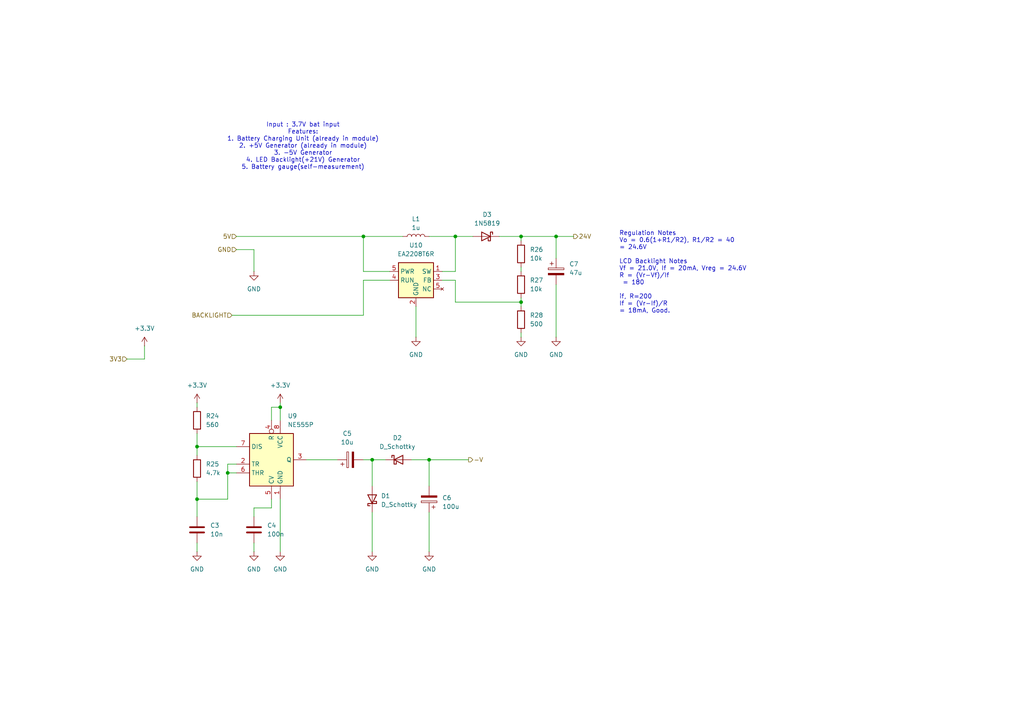
<source format=kicad_sch>
(kicad_sch (version 20250114) (generator "eeschema") (generator_version "9.0")
  (paper "A4")
  (lib_symbols
    (symbol "Device:C" (pin_numbers (hide yes)) (pin_names (offset 0.254))
      (property "Reference" "C" (at 0.635 2.54 0))
      (property "Value" "C" (at 0.635 -2.54 0))
      (symbol "C_0_1"
        (polyline (pts (xy -2.032 0.762) (xy 2.032 0.762)) (stroke (width 0.508)))
        (polyline (pts (xy -2.032 -0.762) (xy 2.032 -0.762)) (stroke (width 0.508)))
      )
      (symbol "C_1_1"
        (pin passive line (at 0 3.81 270) (length 2.794) (name "~") (number "1"))
        (pin passive line (at 0 -3.81 90) (length 2.794) (name "~") (number "2"))
      )
    )
    (symbol "Device:C_Polarized" (pin_numbers (hide yes)) (pin_names (offset 0.254))
      (property "Reference" "C" (at 0.635 2.54 0))
      (property "Value" "C_Polarized" (at 0.635 -2.54 0))
      (symbol "C_Polarized_0_1"
        (rectangle (start -2.286 0.508) (end 2.286 1.016))
        (polyline (pts (xy -1.778 2.286) (xy -0.762 2.286)))
        (polyline (pts (xy -1.27 2.794) (xy -1.27 1.778)))
        (rectangle (start 2.286 -0.508) (end -2.286 -1.016) (fill (type outline)))
      )
      (symbol "C_Polarized_1_1"
        (pin passive line (at 0 3.81 270) (length 2.794) (name "~") (number "1"))
        (pin passive line (at 0 -3.81 90) (length 2.794) (name "~") (number "2"))
      )
    )
    (symbol "Device:D_Schottky" (pin_numbers (hide yes)) (pin_names (offset 1.016) (hide yes))
      (property "Reference" "D" (at 0 2.54 0))
      (property "Value" "D_Schottky" (at 0 -2.54 0))
      (symbol "D_Schottky_0_1"
        (polyline (pts (xy -1.905 0.635) (xy -1.905 1.27) (xy -1.27 1.27) (xy -1.27 -1.27) (xy -0.635 -1.27) (xy -0.635 -0.635)) (stroke (width 0.254)))
        (polyline (pts (xy 1.27 1.27) (xy 1.27 -1.27) (xy -1.27 0) (xy 1.27 1.27)) (stroke (width 0.254)))
        (polyline (pts (xy 1.27 0) (xy -1.27 0)))
      )
      (symbol "D_Schottky_1_1"
        (pin passive line (at -3.81 0 0) (length 2.54) (name "K") (number "1"))
        (pin passive line (at 3.81 0 180) (length 2.54) (name "A") (number "2"))
      )
    )
    (symbol "Device:L" (pin_numbers (hide yes)) (pin_names (offset 1.016) (hide yes))
      (property "Reference" "L" (at -1.27 0 90))
      (property "Value" "L" (at 1.905 0 90))
      (symbol "L_0_1"
        (arc (start 0 2.54) (mid 0.6323 1.905) (end 0 1.27))
        (arc (start 0 1.27) (mid 0.6323 0.635) (end 0 0))
        (arc (start 0 0) (mid 0.6323 -0.635) (end 0 -1.27))
        (arc (start 0 -1.27) (mid 0.6323 -1.905) (end 0 -2.54))
      )
      (symbol "L_1_1"
        (pin passive line (at 0 3.81 270) (length 1.27) (name "1") (number "1"))
        (pin passive line (at 0 -3.81 90) (length 1.27) (name "2") (number "2"))
      )
    )
    (symbol "Device:R" (pin_numbers (hide yes)) (pin_names (offset 0))
      (property "Reference" "R" (at 2.032 0 90))
      (property "Value" "R" (at 0 0 90))
      (symbol "R_0_1"
        (rectangle (start -1.016 -2.54) (end 1.016 2.54) (stroke (width 0.254)))
      )
      (symbol "R_1_1"
        (pin passive line (at 0 3.81 270) (length 1.27) (name "~") (number "1"))
        (pin passive line (at 0 -3.81 90) (length 1.27) (name "~") (number "2"))
      )
    )
    (symbol "Diode:1N5819" (pin_numbers (hide yes)) (pin_names (offset 1.016) (hide yes))
      (property "Reference" "D" (at 0 2.54 0))
      (property "Value" "1N5819" (at 0 -2.54 0))
      (symbol "1N5819_0_1"
        (polyline (pts (xy -1.905 0.635) (xy -1.905 1.27) (xy -1.27 1.27) (xy -1.27 -1.27) (xy -0.635 -1.27) (xy -0.635 -0.635)) (stroke (width 0.254)))
        (polyline (pts (xy 1.27 1.27) (xy 1.27 -1.27) (xy -1.27 0) (xy 1.27 1.27)) (stroke (width 0.254)))
        (polyline (pts (xy 1.27 0) (xy -1.27 0)))
      )
      (symbol "1N5819_1_1"
        (pin passive line (at -3.81 0 0) (length 2.54) (name "K") (number "1"))
        (pin passive line (at 3.81 0 180) (length 2.54) (name "A") (number "2"))
      )
    )
    (symbol "TPS62A01PDDC_1"
      (property "Reference" "U4" (at 0 10.16 0))
      (property "Value" "TPS62A01PDDC" (at 0 7.62 0))
      (symbol "TPS62A01PDDC_1_0_1"
        (rectangle (start -5.08 5.08) (end 5.08 -5.08) (stroke (width 0.254)) (fill (type background)))
      )
      (symbol "TPS62A01PDDC_1_1_1"
        (pin power_in line (at -7.62 2.54 0) (length 2.54) (name "PWR") (number "5"))
        (pin input line (at -7.62 0 0) (length 2.54) (name "RUN") (number "4"))
        (pin power_in line (at 0 -7.62 90) (length 2.54) (name "GND") (number "2"))
        (pin power_out line (at 7.62 2.54 180) (length 2.54) (name "SW") (number "1"))
        (pin input line (at 7.62 0 180) (length 2.54) (name "FB") (number "3"))
        (pin no_connect line (at 7.62 -2.54 180) (length 2.54) (name "NC") (number "5"))
      )
    )
    (symbol "Timer:NE555P"
      (property "Reference" "U11" (at 2.1433 12.7 0))
      (property "Value" "NE555P" (at 2.1433 10.16 0))
      (symbol "NE555P_0_1"
        (rectangle (start -8.89 7.62) (end 3.81 -7.62) (stroke (width 0.254)) (fill (type background)))
      )
      (symbol "NE555P_1_0"
        (pin power_in line (at 0 11.43 270) (length 3.81) (name "VCC") (number "8"))
        (pin power_in line (at 0 -11.43 90) (length 3.81) (name "GND") (number "1"))
      )
      (symbol "NE555P_1_1"
        (pin input line (at -12.7 3.81 0) (length 3.81) (name "DIS") (number "7"))
        (pin input line (at -12.7 -1.27 0) (length 3.81) (name "TR") (number "2"))
        (pin input line (at -12.7 -3.81 0) (length 3.81) (name "THR") (number "6"))
        (pin input inverted (at -2.54 11.43 270) (length 3.81) (name "R") (number "4"))
        (pin input line (at -2.54 -11.43 90) (length 3.81) (name "CV") (number "5"))
        (pin output line (at 7.62 0 180) (length 3.81) (name "Q") (number "3"))
      )
    )
    (symbol "power:+3.3V" (power) (pin_numbers (hide yes)) (pin_names (offset 0) (hide yes))
      (property "Value" "+3.3V" (at 0 3.556 0))
      (symbol "+3.3V_0_1"
        (polyline (pts (xy -0.762 1.27) (xy 0 2.54)))
        (polyline (pts (xy 0 2.54) (xy 0.762 1.27)))
        (polyline (pts (xy 0 0) (xy 0 2.54)))
      )
      (symbol "+3.3V_1_1"
        (pin power_in line (at 0 0 90) (length 0) (name "~") (number "1"))
      )
    )
    (symbol "power:GND" (power) (pin_numbers (hide yes)) (pin_names (offset 0) (hide yes))
      (property "Value" "GND" (at 0 -3.81 0))
      (symbol "GND_0_1"
        (polyline (pts (xy 0 0) (xy 0 -1.27) (xy 1.27 -1.27) (xy 0 -2.54) (xy -1.27 -1.27) (xy 0 -1.27)))
      )
      (symbol "GND_1_1"
        (pin power_in line (at 0 0 270) (length 0) (name "~") (number "1"))
      )
    )
  )
  (text "Regulation Notes\nVo = 0.6(1+R1/R2), R1/R2 = 40\n= 24.6V\n\nLCD Backlight Notes\nVf = 21.0V, If = 20mA, Vreg = 24.6V\nR = (Vr-Vf)/If\n = 180\n\nif, R=200\nIf = (Vr-If)/R\n= 18mA, Good." (at 179.578 78.994 0) (effects (font (size 1.27 1.27)) (justify left)))
  (text "Input : 3.7V bat input\nFeatures:\n1. Battery Charging Unit (already in module)\n2. +5V Generator (already in module)\n3. -5V Generator\n4. LED Backlight(+21V) Generator\n5. Battery gauge(self-measurement)" (at 87.884 42.418 0) (effects (font (size 1.27 1.27))))
  (junction (at 105.41 68.58))
  (junction (at 81.28 118.11))
  (junction (at 161.29 68.58))
  (junction (at 132.08 68.58))
  (junction (at 66.04 137.16))
  (junction (at 107.95 133.35))
  (junction (at 124.46 133.35))
  (junction (at 57.15 129.54))
  (junction (at 57.15 144.78))
  (junction (at 151.13 87.63))
  (junction (at 151.13 68.58))
  (wire (pts (xy 78.74 147.32) (xy 78.74 144.78)))
  (wire (pts (xy 161.29 68.58) (xy 161.29 74.93)))
  (wire (pts (xy 105.41 91.44) (xy 105.41 81.28)))
  (wire (pts (xy 73.66 157.48) (xy 73.66 160.02)))
  (wire (pts (xy 73.66 149.86) (xy 73.66 147.32)))
  (wire (pts (xy 57.15 157.48) (xy 57.15 160.02)))
  (wire (pts (xy 124.46 133.35) (xy 135.89 133.35)))
  (wire (pts (xy 81.28 118.11) (xy 81.28 116.84)))
  (wire (pts (xy 57.15 129.54) (xy 57.15 125.73)))
  (wire (pts (xy 113.03 78.74) (xy 105.41 78.74)))
  (wire (pts (xy 66.04 137.16) (xy 66.04 144.78)))
  (wire (pts (xy 151.13 87.63) (xy 132.08 87.63)))
  (wire (pts (xy 88.9 133.35) (xy 97.79 133.35)))
  (wire (pts (xy 120.65 88.9) (xy 120.65 97.79)))
  (wire (pts (xy 107.95 148.59) (xy 107.95 160.02)))
  (wire (pts (xy 57.15 116.84) (xy 57.15 118.11)))
  (wire (pts (xy 124.46 133.35) (xy 124.46 140.97)))
  (wire (pts (xy 107.95 133.35) (xy 111.76 133.35)))
  (wire (pts (xy 66.04 144.78) (xy 57.15 144.78)))
  (wire (pts (xy 105.41 78.74) (xy 105.41 68.58)))
  (wire (pts (xy 161.29 82.55) (xy 161.29 97.79)))
  (wire (pts (xy 151.13 86.36) (xy 151.13 87.63)))
  (wire (pts (xy 132.08 87.63) (xy 132.08 81.28)))
  (wire (pts (xy 107.95 133.35) (xy 107.95 140.97)))
  (wire (pts (xy 124.46 68.58) (xy 132.08 68.58)))
  (wire (pts (xy 68.58 72.39) (xy 73.66 72.39)))
  (wire (pts (xy 81.28 144.78) (xy 81.28 160.02)))
  (wire (pts (xy 151.13 87.63) (xy 151.13 88.9)))
  (wire (pts (xy 151.13 68.58) (xy 151.13 69.85)))
  (wire (pts (xy 132.08 78.74) (xy 132.08 68.58)))
  (wire (pts (xy 78.74 121.92) (xy 78.74 118.11)))
  (wire (pts (xy 73.66 147.32) (xy 78.74 147.32)))
  (wire (pts (xy 57.15 144.78) (xy 57.15 149.86)))
  (wire (pts (xy 73.66 72.39) (xy 73.66 78.74)))
  (wire (pts (xy 105.41 81.28) (xy 113.03 81.28)))
  (wire (pts (xy 66.04 134.62) (xy 66.04 137.16)))
  (wire (pts (xy 66.04 137.16) (xy 68.58 137.16)))
  (wire (pts (xy 132.08 68.58) (xy 137.16 68.58)))
  (wire (pts (xy 105.41 133.35) (xy 107.95 133.35)))
  (wire (pts (xy 57.15 129.54) (xy 57.15 132.08)))
  (wire (pts (xy 132.08 81.28) (xy 128.27 81.28)))
  (wire (pts (xy 57.15 139.7) (xy 57.15 144.78)))
  (wire (pts (xy 128.27 78.74) (xy 132.08 78.74)))
  (wire (pts (xy 151.13 96.52) (xy 151.13 97.79)))
  (wire (pts (xy 151.13 77.47) (xy 151.13 78.74)))
  (wire (pts (xy 67.31 91.44) (xy 105.41 91.44)))
  (wire (pts (xy 81.28 118.11) (xy 81.28 121.92)))
  (wire (pts (xy 68.58 129.54) (xy 57.15 129.54)))
  (wire (pts (xy 105.41 68.58) (xy 116.84 68.58)))
  (wire (pts (xy 161.29 68.58) (xy 166.37 68.58)))
  (wire (pts (xy 124.46 148.59) (xy 124.46 160.02)))
  (wire (pts (xy 36.83 104.14) (xy 41.91 104.14)))
  (wire (pts (xy 78.74 118.11) (xy 81.28 118.11)))
  (wire (pts (xy 119.38 133.35) (xy 124.46 133.35)))
  (wire (pts (xy 68.58 68.58) (xy 105.41 68.58)))
  (wire (pts (xy 151.13 68.58) (xy 161.29 68.58)))
  (wire (pts (xy 144.78 68.58) (xy 151.13 68.58)))
  (wire (pts (xy 68.58 134.62) (xy 66.04 134.62)))
  (wire (pts (xy 41.91 104.14) (xy 41.91 100.33)))
  (hierarchical_label "3V3" (shape input) (at 36.83 104.14 180))
  (hierarchical_label "-V" (shape output) (at 135.89 133.35 0))
  (hierarchical_label "BACKLIGHT" (shape input) (at 67.31 91.44 180))
  (hierarchical_label "24V" (shape output) (at 166.37 68.58 0))
  (hierarchical_label "GND" (shape input) (at 68.58 72.39 180))
  (hierarchical_label "5V" (shape input) (at 68.58 68.58 180))
  (symbol (lib_id "Device:R") (at 151.13 73.66 0) (unit 1)
    (property "Reference" "R26" (at 153.67 72.3899 0) (effects (justify left)))
    (property "Value" "10k" (at 153.67 74.9299 0) (effects (justify left)))
    (property "Footprint" "Resistor_THT:R_Axial_DIN0207_L6.3mm_D2.5mm_P10.16mm_Horizontal" (effects (hide yes)))
    (property "Description" "Resistor" (effects (hide yes)))
  )
  (symbol (lib_id "Device:R") (at 57.15 135.89 0) (unit 1)
    (property "Reference" "R25" (at 59.69 134.6199 0) (effects (justify left)))
    (property "Value" "4.7k" (at 59.69 137.1599 0) (effects (justify left)))
    (property "Footprint" "Capacitor_SMD:C_0402_1005Metric_Pad0.74x0.62mm_HandSolder" (effects (hide yes)))
    (property "Description" "Resistor" (effects (hide yes)))
  )
  (symbol (lib_id "power:+3.3V") (at 41.91 100.33 0) (unit 1)
    (property "Reference" "#PWR046" (effects (hide yes)))
    (property "Value" "+3.3V" (at 41.91 95.25 0))
    (property "Description" "Power symbol creates a global label with name \"+3.3V\"" (effects (hide yes)))
  )
  (symbol (lib_id "power:GND") (at 57.15 160.02 0) (unit 1)
    (property "Reference" "#PWR048" (effects (hide yes)))
    (property "Value" "GND" (at 57.15 165.1 0))
    (property "Description" "Power symbol creates a global label with name \"GND\" , ground" (effects (hide yes)))
  )
  (symbol (lib_id "Device:C_Polarized") (at 124.46 144.78 180) (unit 1)
    (property "Reference" "C6" (at 128.27 144.3989 0) (effects (justify right)))
    (property "Value" "100u" (at 128.27 146.9389 0) (effects (justify right)))
    (property "Footprint" "Capacitor_THT:CP_Radial_D5.0mm_P2.00mm" (effects (hide yes)))
    (property "Description" "Polarized capacitor" (effects (hide yes)))
  )
  (symbol (lib_id "Device:C_Polarized") (at 101.6 133.35 90) (unit 1)
    (property "Reference" "C5" (at 100.711 125.73 90))
    (property "Value" "10u" (at 100.711 128.27 90))
    (property "Footprint" "Capacitor_THT:CP_Radial_D5.0mm_P2.00mm" (effects (hide yes)))
    (property "Description" "Polarized capacitor" (effects (hide yes)))
  )
  (symbol (lib_id "Device:C") (at 57.15 153.67 0) (unit 1)
    (property "Reference" "C3" (at 60.96 152.3999 0) (effects (justify left)))
    (property "Value" "10n" (at 60.96 154.9399 0) (effects (justify left)))
    (property "Footprint" "Capacitor_SMD:C_1206_3216Metric_Pad1.33x1.80mm_HandSolder" (effects (hide yes)))
    (property "Description" "Unpolarized capacitor" (effects (hide yes)))
  )
  (symbol (lib_id "Timer:NE555P") (at 81.28 133.35 0) (unit 1)
    (property "Reference" "U9" (at 83.4233 120.65 0) (effects (justify left)))
    (property "Value" "NE555P" (at 83.4233 123.19 0) (effects (justify left)))
    (property "Footprint" "Package_SO:SOIC-8_3.9x4.9mm_P1.27mm" (effects (hide yes)))
    (property "Datasheet" "http://www.ti.com/lit/ds/symlink/ne555.pdf" (effects (hide yes)))
    (property "Description" "Precision Timers, 555 compatible,  PDIP-8" (effects (hide yes)))
  )
  (symbol (lib_name "TPS62A01PDDC_1") (lib_id "Regulator_Switching:TPS62A01PDDC") (at 120.65 81.28 0) (unit 1)
    (property "Reference" "U10" (at 120.65 71.12 0))
    (property "Value" "EA2208T6R" (at 120.65 73.66 0))
    (property "Footprint" "Package_TO_SOT_SMD:SOT-23-6" (effects (hide yes)))
    (property "Datasheet" "https://www.ti.com/lit/gpn/tps62a01" (effects (hide yes)))
    (property "Description" "High Efficiency Synchronous Buck Converter, Adjustable Output 0.6V-5.5V, 1A, Power Good, Enable, SOT-23-6" (effects (hide yes)))
  )
  (symbol (lib_id "power:GND") (at 124.46 160.02 0) (unit 1)
    (property "Reference" "#PWR055" (effects (hide yes)))
    (property "Value" "GND" (at 124.46 165.1 0))
    (property "Description" "Power symbol creates a global label with name \"GND\" , ground" (effects (hide yes)))
  )
  (symbol (lib_id "power:+3.3V") (at 57.15 116.84 0) (unit 1)
    (property "Reference" "#PWR047" (effects (hide yes)))
    (property "Value" "+3.3V" (at 57.15 111.76 0))
    (property "Description" "Power symbol creates a global label with name \"+3.3V\"" (effects (hide yes)))
  )
  (symbol (lib_id "power:GND") (at 151.13 97.79 0) (unit 1)
    (property "Reference" "#PWR056" (effects (hide yes)))
    (property "Value" "GND" (at 151.13 102.87 0))
    (property "Description" "Power symbol creates a global label with name \"GND\" , ground" (effects (hide yes)))
  )
  (symbol (lib_id "Device:D_Schottky") (at 107.95 144.78 90) (unit 1)
    (property "Reference" "D1" (at 110.49 143.8274 90) (effects (justify right)))
    (property "Value" "D_Schottky" (at 110.49 146.3674 90) (effects (justify right)))
    (property "Footprint" "Diode_SMD:D_SOD-123" (effects (hide yes)))
    (property "Description" "Schottky diode" (effects (hide yes)))
  )
  (symbol (lib_id "power:GND") (at 107.95 160.02 0) (unit 1)
    (property "Reference" "#PWR053" (effects (hide yes)))
    (property "Value" "GND" (at 107.95 165.1 0))
    (property "Description" "Power symbol creates a global label with name \"GND\" , ground" (effects (hide yes)))
  )
  (symbol (lib_id "Device:D_Schottky") (at 115.57 133.35 0) (unit 1)
    (property "Reference" "D2" (at 115.2525 127 0))
    (property "Value" "D_Schottky" (at 115.2525 129.54 0))
    (property "Footprint" "Diode_SMD:D_SOD-123" (effects (hide yes)))
    (property "Description" "Schottky diode" (effects (hide yes)))
  )
  (symbol (lib_id "Device:L") (at 120.65 68.58 90) (unit 1)
    (property "Reference" "L1" (at 120.65 63.5 90))
    (property "Value" "1u" (at 120.65 66.04 90))
    (property "Footprint" "Inductor_SMD:L_Changjiang_FNR5045S" (effects (hide yes)))
    (property "Description" "Inductor" (effects (hide yes)))
  )
  (symbol (lib_id "Device:R") (at 57.15 121.92 0) (unit 1)
    (property "Reference" "R24" (at 59.69 120.6499 0) (effects (justify left)))
    (property "Value" "560" (at 59.69 123.1899 0) (effects (justify left)))
    (property "Footprint" "Resistor_THT:R_Axial_DIN0207_L6.3mm_D2.5mm_P10.16mm_Horizontal" (effects (hide yes)))
    (property "Description" "Resistor" (effects (hide yes)))
  )
  (symbol (lib_id "power:GND") (at 73.66 78.74 0) (unit 1)
    (property "Reference" "#PWR049" (effects (hide yes)))
    (property "Value" "GND" (at 73.66 83.82 0))
    (property "Description" "Power symbol creates a global label with name \"GND\" , ground" (effects (hide yes)))
  )
  (symbol (lib_id "power:GND") (at 120.65 97.79 0) (unit 1)
    (property "Reference" "#PWR054" (effects (hide yes)))
    (property "Value" "GND" (at 120.65 102.87 0))
    (property "Description" "Power symbol creates a global label with name \"GND\" , ground" (effects (hide yes)))
  )
  (symbol (lib_id "Device:R") (at 151.13 92.71 0) (unit 1)
    (property "Reference" "R28" (at 153.67 91.4399 0) (effects (justify left)))
    (property "Value" "500" (at 153.67 93.9799 0) (effects (justify left)))
    (property "Footprint" "Resistor_THT:R_Axial_DIN0207_L6.3mm_D2.5mm_P10.16mm_Horizontal" (effects (hide yes)))
    (property "Description" "Resistor" (effects (hide yes)))
  )
  (symbol (lib_id "power:GND") (at 81.28 160.02 0) (unit 1)
    (property "Reference" "#PWR052" (effects (hide yes)))
    (property "Value" "GND" (at 81.28 165.1 0))
    (property "Description" "Power symbol creates a global label with name \"GND\" , ground" (effects (hide yes)))
  )
  (symbol (lib_id "Diode:1N5819") (at 140.97 68.58 0) (mirror y) (unit 1)
    (property "Reference" "D3" (at 141.2875 62.23 0))
    (property "Value" "1N5819" (at 141.2875 64.77 0))
    (property "Footprint" "Diode_SMD:D_SOD-123" (effects (hide yes)))
    (property "Datasheet" "http://www.vishay.com/docs/88525/1n5817.pdf" (effects (hide yes)))
    (property "Description" "40V 1A Schottky Barrier Rectifier Diode, DO-41" (effects (hide yes)))
  )
  (symbol (lib_id "Device:C") (at 73.66 153.67 0) (unit 1)
    (property "Reference" "C4" (at 77.47 152.3999 0) (effects (justify left)))
    (property "Value" "100n" (at 77.47 154.9399 0) (effects (justify left)))
    (property "Footprint" "Capacitor_SMD:C_0402_1005Metric_Pad0.74x0.62mm_HandSolder" (effects (hide yes)))
    (property "Description" "Unpolarized capacitor" (effects (hide yes)))
  )
  (symbol (lib_id "power:GND") (at 161.29 97.79 0) (unit 1)
    (property "Reference" "#PWR057" (effects (hide yes)))
    (property "Value" "GND" (at 161.29 102.87 0))
    (property "Description" "Power symbol creates a global label with name \"GND\" , ground" (effects (hide yes)))
  )
  (symbol (lib_id "Device:R") (at 151.13 82.55 0) (unit 1)
    (property "Reference" "R27" (at 153.67 81.2799 0) (effects (justify left)))
    (property "Value" "10k" (at 153.67 83.8199 0) (effects (justify left)))
    (property "Footprint" "Resistor_THT:R_Axial_DIN0207_L6.3mm_D2.5mm_P10.16mm_Horizontal" (effects (hide yes)))
    (property "Description" "Resistor" (effects (hide yes)))
  )
  (symbol (lib_id "power:+3.3V") (at 81.28 116.84 0) (unit 1)
    (property "Reference" "#PWR051" (effects (hide yes)))
    (property "Value" "+3.3V" (at 81.28 111.76 0))
    (property "Description" "Power symbol creates a global label with name \"+3.3V\"" (effects (hide yes)))
  )
  (symbol (lib_id "power:GND") (at 73.66 160.02 0) (unit 1)
    (property "Reference" "#PWR050" (effects (hide yes)))
    (property "Value" "GND" (at 73.66 165.1 0))
    (property "Description" "Power symbol creates a global label with name \"GND\" , ground" (effects (hide yes)))
  )
  (symbol (lib_id "Device:C_Polarized") (at 161.29 78.74 0) (unit 1)
    (property "Reference" "C7" (at 165.1 76.5809 0) (effects (justify left)))
    (property "Value" "47u" (at 165.1 79.1209 0) (effects (justify left)))
    (property "Footprint" "Capacitor_THT:CP_Radial_D5.0mm_P2.00mm" (effects (hide yes)))
    (property "Description" "Polarized capacitor" (effects (hide yes)))
  )
)
</source>
